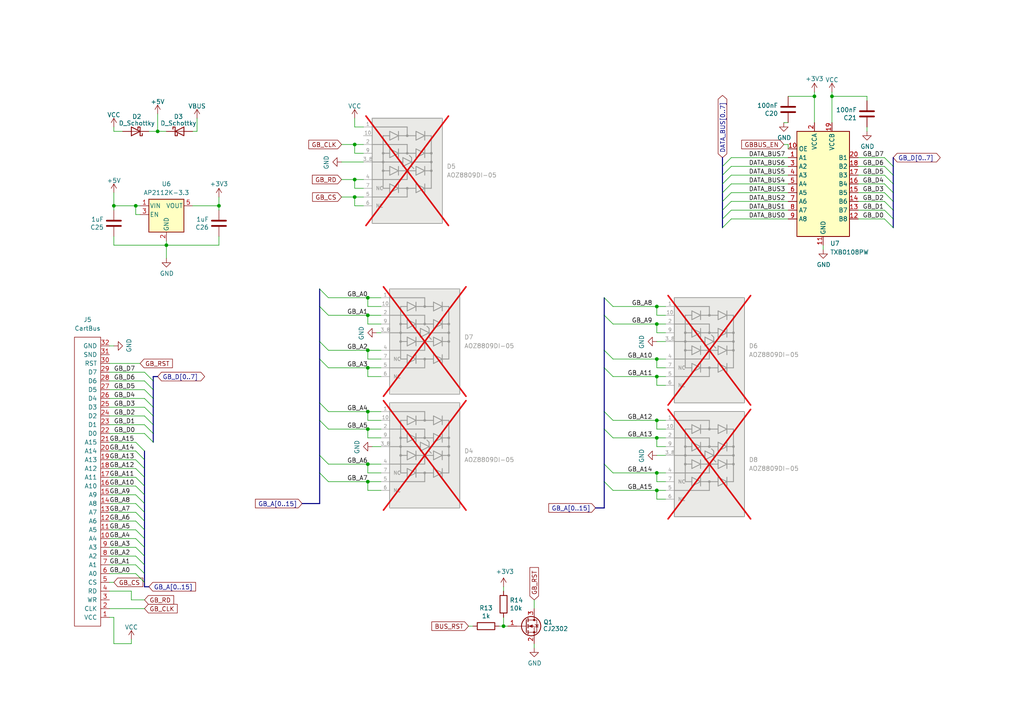
<source format=kicad_sch>
(kicad_sch (version 20250114) (generator "eeschema") (generator_version "9.0")
  (paper "A4")
  (lib_symbols
    (symbol "CrocoV2:AOZ8809DI-05" (pin_names (offset 1.016))
      (property "Reference" "D" (at -10.16 16.002 0))
      (property "Value" "AOZ8809DI-05" (at -10.16 -17.78 0))
      (symbol "AOZ8809DI-05_0_0"
        (rectangle (start -10.16 15.24) (end 10.16 -15.24) (stroke (width 0.254)) (fill (type background)))
        (polyline (pts (xy -10.16 12.7) (xy 0 12.7)) (stroke (width 0.254)))
        (polyline (pts (xy -10.16 7.62) (xy 0 7.62)) (stroke (width 0.254)))
        (polyline (pts (xy -10.16 2.54) (xy -6.985 2.54)) (stroke (width 0.254)))
        (polyline (pts (xy -10.16 -2.54) (xy 0 -2.54)) (stroke (width 0.254)))
        (polyline (pts (xy -10.16 -7.62) (xy 0 -7.62)) (stroke (width 0.254)))
        (polyline (pts (xy -6.985 10.16) (xy -5.08 10.16)) (stroke (width 0.254)))
        (circle (center -6.985 5.08) (radius 0.1905) (stroke (width 0.381)))
        (polyline (pts (xy -6.985 5.08) (xy -6.985 10.16)) (stroke (width 0.254)))
        (polyline (pts (xy -6.985 5.08) (xy -6.985 2.54)) (stroke (width 0.254)))
        (circle (center -6.985 2.54) (radius 0.1905) (stroke (width 0.381)))
        (polyline (pts (xy -6.985 2.54) (xy -6.985 0)) (stroke (width 0.254)))
        (circle (center -6.985 0) (radius 0.1905) (stroke (width 0.381)))
        (polyline (pts (xy -6.985 0) (xy -6.985 -5.08)) (stroke (width 0.254)))
        (polyline (pts (xy -6.985 0) (xy -5.08 0)) (stroke (width 0.254)))
        (polyline (pts (xy -6.985 -5.08) (xy -5.08 -5.08)) (stroke (width 0.254)))
        (polyline (pts (xy -5.08 11.43) (xy -5.08 10.16)) (stroke (width 0.254)))
        (polyline (pts (xy -5.08 10.16) (xy -5.08 8.89)) (stroke (width 0.254)))
        (polyline (pts (xy -5.08 8.89) (xy -2.54 10.16)) (stroke (width 0.254)))
        (polyline (pts (xy -5.08 6.35) (xy -5.08 5.08)) (stroke (width 0.254)))
        (polyline (pts (xy -5.08 5.08) (xy -6.985 5.08)) (stroke (width 0.254)))
        (polyline (pts (xy -5.08 5.08) (xy -5.08 3.81)) (stroke (width 0.254)))
        (polyline (pts (xy -5.08 3.81) (xy -2.54 5.08)) (stroke (width 0.254)))
        (polyline (pts (xy -5.08 1.27) (xy -5.08 0)) (stroke (width 0.254)))
        (polyline (pts (xy -5.08 0) (xy -5.08 -1.27)) (stroke (width 0.254)))
        (polyline (pts (xy -5.08 -1.27) (xy -2.54 0)) (stroke (width 0.254)))
        (polyline (pts (xy -5.08 -3.81) (xy -5.08 -5.08)) (stroke (width 0.254)))
        (polyline (pts (xy -5.08 -5.08) (xy -5.08 -6.35)) (stroke (width 0.254)))
        (polyline (pts (xy -5.08 -6.35) (xy -2.54 -5.08)) (stroke (width 0.254)))
        (polyline (pts (xy -2.54 11.43) (xy -2.54 10.16)) (stroke (width 0.254)))
        (polyline (pts (xy -2.54 10.16) (xy -5.08 11.43)) (stroke (width 0.254)))
        (polyline (pts (xy -2.54 10.16) (xy -2.54 8.89)) (stroke (width 0.254)))
        (polyline (pts (xy -2.54 10.16) (xy 0 10.16)) (stroke (width 0.254)))
        (polyline (pts (xy -2.54 6.35) (xy -2.54 5.08)) (stroke (width 0.254)))
        (polyline (pts (xy -2.54 5.08) (xy -5.08 6.35)) (stroke (width 0.254)))
        (polyline (pts (xy -2.54 5.08) (xy -2.54 3.81)) (stroke (width 0.254)))
        (polyline (pts (xy -2.54 5.08) (xy 0 5.08)) (stroke (width 0.254)))
        (polyline (pts (xy -2.54 1.27) (xy -2.54 0)) (stroke (width 0.254)))
        (polyline (pts (xy -2.54 0) (xy -5.08 1.27)) (stroke (width 0.254)))
        (polyline (pts (xy -2.54 0) (xy -2.54 -1.27)) (stroke (width 0.254)))
        (polyline (pts (xy -2.54 0) (xy 0 0)) (stroke (width 0.254)))
        (polyline (pts (xy -2.54 -3.81) (xy -2.54 -5.08)) (stroke (width 0.254)))
        (polyline (pts (xy -2.54 -5.08) (xy -5.08 -3.81)) (stroke (width 0.254)))
        (polyline (pts (xy -2.54 -5.08) (xy -2.54 -6.35)) (stroke (width 0.254)))
        (polyline (pts (xy -2.54 -5.08) (xy 0 -5.08)) (stroke (width 0.254)))
        (polyline (pts (xy -1.27 3.81) (xy -1.27 2.54)) (stroke (width 0.254)))
        (polyline (pts (xy -1.27 2.54) (xy -6.985 2.54)) (stroke (width 0.254)))
        (polyline (pts (xy -1.27 2.54) (xy -1.27 1.27)) (stroke (width 0.254)))
        (polyline (pts (xy -1.27 1.27) (xy 1.27 2.54)) (stroke (width 0.254)))
        (polyline (pts (xy 0 12.7) (xy 0 10.16)) (stroke (width 0.254)))
        (circle (center 0 10.16) (radius 0.1905) (stroke (width 0.381)))
        (polyline (pts (xy 0 10.16) (xy 2.54 10.16)) (stroke (width 0.254)))
        (polyline (pts (xy 0 7.62) (xy 0 5.08)) (stroke (width 0.254)))
        (circle (center 0 5.08) (radius 0.1905) (stroke (width 0.381)))
        (polyline (pts (xy 0 5.08) (xy 2.54 5.08)) (stroke (width 0.254)))
        (polyline (pts (xy 0 0) (xy 0 -2.54)) (stroke (width 0.254)))
        (polyline (pts (xy 0 0) (xy 2.54 0)) (stroke (width 0.254)))
        (circle (center 0 0) (radius 0.1905) (stroke (width 0.381)))
        (polyline (pts (xy 0 -5.08) (xy 2.54 -5.08)) (stroke (width 0.254)))
        (circle (center 0 -5.08) (radius 0.1905) (stroke (width 0.381)))
        (polyline (pts (xy 0 -7.62) (xy 0 -5.08)) (stroke (width 0.254)))
        (polyline (pts (xy 1.27 3.81) (xy 0.635 4.445)) (stroke (width 0.254)))
        (polyline (pts (xy 1.27 2.54) (xy -1.27 3.81)) (stroke (width 0.254)))
        (polyline (pts (xy 1.27 2.54) (xy 1.27 3.81)) (stroke (width 0.254)))
        (polyline (pts (xy 1.27 2.54) (xy 1.27 1.27)) (stroke (width 0.254)))
        (polyline (pts (xy 1.27 2.54) (xy 6.985 2.54)) (stroke (width 0.254)))
        (polyline (pts (xy 1.27 1.27) (xy 1.905 0.635)) (stroke (width 0.254)))
        (polyline (pts (xy 2.54 11.43) (xy 2.54 10.16)) (stroke (width 0.254)))
        (polyline (pts (xy 2.54 10.16) (xy 2.54 8.89)) (stroke (width 0.254)))
        (polyline (pts (xy 2.54 8.89) (xy 5.08 10.16)) (stroke (width 0.254)))
        (polyline (pts (xy 2.54 6.35) (xy 2.54 5.08)) (stroke (width 0.254)))
        (polyline (pts (xy 2.54 5.08) (xy 2.54 3.81)) (stroke (width 0.254)))
        (polyline (pts (xy 2.54 3.81) (xy 5.08 5.08)) (stroke (width 0.254)))
        (polyline (pts (xy 2.54 1.27) (xy 2.54 0)) (stroke (width 0.254)))
        (polyline (pts (xy 2.54 0) (xy 2.54 -1.27)) (stroke (width 0.254)))
        (polyline (pts (xy 2.54 -1.27) (xy 5.08 0)) (stroke (width 0.254)))
        (polyline (pts (xy 2.54 -3.81) (xy 2.54 -5.08)) (stroke (width 0.254)))
        (polyline (pts (xy 2.54 -5.08) (xy 2.54 -6.35)) (stroke (width 0.254)))
        (polyline (pts (xy 2.54 -6.35) (xy 5.08 -5.08)) (stroke (width 0.254)))
        (polyline (pts (xy 5.08 11.43) (xy 5.08 10.16)) (stroke (width 0.254)))
        (polyline (pts (xy 5.08 10.16) (xy 2.54 11.43)) (stroke (width 0.254)))
        (polyline (pts (xy 5.08 10.16) (xy 5.08 8.89)) (stroke (width 0.254)))
        (polyline (pts (xy 5.08 10.16) (xy 6.985 10.16)) (stroke (width 0.254)))
        (polyline (pts (xy 5.08 6.35) (xy 5.08 5.08)) (stroke (width 0.254)))
        (polyline (pts (xy 5.08 5.08) (xy 2.54 6.35)) (stroke (width 0.254)))
        (polyline (pts (xy 5.08 5.08) (xy 5.08 3.81)) (stroke (width 0.254)))
        (polyline (pts (xy 5.08 5.08) (xy 6.985 5.08)) (stroke (width 0.254)))
        (polyline (pts (xy 5.08 1.27) (xy 5.08 0)) (stroke (width 0.254)))
        (polyline (pts (xy 5.08 0) (xy 2.54 1.27)) (stroke (width 0.254)))
        (polyline (pts (xy 5.08 0) (xy 5.08 -1.27)) (stroke (width 0.254)))
        (polyline (pts (xy 5.08 0) (xy 6.985 0)) (stroke (width 0.254)))
        (polyline (pts (xy 5.08 -3.81) (xy 5.08 -5.08)) (stroke (width 0.254)))
        (polyline (pts (xy 5.08 -5.08) (xy 2.54 -3.81)) (stroke (width 0.254)))
        (polyline (pts (xy 5.08 -5.08) (xy 5.08 -6.35)) (stroke (width 0.254)))
        (polyline (pts (xy 5.08 -5.08) (xy 6.985 -5.08)) (stroke (width 0.254)))
        (polyline (pts (xy 6.985 10.16) (xy 6.985 5.08)) (stroke (width 0.254)))
        (polyline (pts (xy 6.985 5.08) (xy 6.985 2.54)) (stroke (width 0.254)))
        (circle (center 6.985 5.08) (radius 0.1905) (stroke (width 0.381)))
        (circle (center 6.985 2.54) (radius 0.1905) (stroke (width 0.381)))
        (polyline (pts (xy 6.985 0) (xy 6.985 2.54)) (stroke (width 0.254)))
        (circle (center 6.985 0) (radius 0.1905) (stroke (width 0.381)))
        (polyline (pts (xy 6.985 -5.08) (xy 6.985 0)) (stroke (width 0.254)))
        (pin passive line (at -12.7 12.7 0) (length 2.54) (name "~") (number "1"))
        (pin passive line (at -12.7 7.62 0) (length 2.54) (name "~") (number "2"))
        (pin power_in line (at -12.7 2.54 0) (length 2.54) (name "~") (number "3_8"))
        (pin passive line (at -12.7 -2.54 0) (length 2.54) (name "~") (number "4"))
        (pin passive line (at -12.7 -7.62 0) (length 2.54) (name "~") (number "5"))
      )
      (symbol "AOZ8809DI-05_1_0"
        (pin free line (at -12.7 10.16 0) (length 2.54) (name "") (number "10"))
        (pin free line (at -12.7 5.08 0) (length 2.54) (name "") (number "9"))
        (pin free line (at -12.7 -5.08 0) (length 2.54) (name "NC") (number "7"))
        (pin free line (at -12.7 -10.16 0) (length 2.54) (name "NC") (number "6"))
      )
    )
    (symbol "Device:C" (pin_numbers (hide yes)) (pin_names (offset 0.254))
      (property "Reference" "C" (at 0.635 2.54 0))
      (property "Value" "C" (at 0.635 -2.54 0))
      (symbol "C_0_1"
        (polyline (pts (xy -2.032 0.762) (xy 2.032 0.762)) (stroke (width 0.508)))
        (polyline (pts (xy -2.032 -0.762) (xy 2.032 -0.762)) (stroke (width 0.508)))
      )
      (symbol "C_1_1"
        (pin passive line (at 0 3.81 270) (length 2.794) (name "~") (number "1"))
        (pin passive line (at 0 -3.81 90) (length 2.794) (name "~") (number "2"))
      )
    )
    (symbol "Device:D_Schottky" (pin_numbers (hide yes)) (pin_names (offset 1.016) (hide yes))
      (property "Reference" "D" (at 0 2.54 0))
      (property "Value" "D_Schottky" (at 0 -2.54 0))
      (symbol "D_Schottky_0_1"
        (polyline (pts (xy -1.905 0.635) (xy -1.905 1.27) (xy -1.27 1.27) (xy -1.27 -1.27) (xy -0.635 -1.27) (xy -0.635 -0.635)) (stroke (width 0.254)))
        (polyline (pts (xy 1.27 1.27) (xy 1.27 -1.27) (xy -1.27 0) (xy 1.27 1.27)) (stroke (width 0.254)))
        (polyline (pts (xy 1.27 0) (xy -1.27 0)))
      )
      (symbol "D_Schottky_1_1"
        (pin passive line (at -3.81 0 0) (length 2.54) (name "K") (number "1"))
        (pin passive line (at 3.81 0 180) (length 2.54) (name "A") (number "2"))
      )
    )
    (symbol "Device:Q_NMOS_GSD" (pin_names (offset 0) (hide yes))
      (property "Reference" "Q" (at 5.08 1.27 0))
      (property "Value" "Q_NMOS_GSD" (at 5.08 -1.27 0))
      (symbol "Q_NMOS_GSD_0_1"
        (polyline (pts (xy 0.254 1.905) (xy 0.254 -1.905)) (stroke (width 0.254)))
        (polyline (pts (xy 0.254 0) (xy -2.54 0)))
        (polyline (pts (xy 0.762 2.286) (xy 0.762 1.27)) (stroke (width 0.254)))
        (polyline (pts (xy 0.762 0.508) (xy 0.762 -0.508)) (stroke (width 0.254)))
        (polyline (pts (xy 0.762 -1.27) (xy 0.762 -2.286)) (stroke (width 0.254)))
        (polyline (pts (xy 0.762 -1.778) (xy 3.302 -1.778) (xy 3.302 1.778) (xy 0.762 1.778)))
        (polyline (pts (xy 1.016 0) (xy 2.032 0.381) (xy 2.032 -0.381) (xy 1.016 0)) (fill (type outline)))
        (circle (center 1.651 0) (radius 2.794) (stroke (width 0.254)))
        (polyline (pts (xy 2.54 2.54) (xy 2.54 1.778)))
        (circle (center 2.54 1.778) (radius 0.254) (fill (type outline)))
        (circle (center 2.54 -1.778) (radius 0.254) (fill (type outline)))
        (polyline (pts (xy 2.54 -2.54) (xy 2.54 0) (xy 0.762 0)))
        (polyline (pts (xy 2.794 0.508) (xy 2.921 0.381) (xy 3.683 0.381) (xy 3.81 0.254)))
        (polyline (pts (xy 3.302 0.381) (xy 2.921 -0.254) (xy 3.683 -0.254) (xy 3.302 0.381)))
      )
      (symbol "Q_NMOS_GSD_1_1"
        (pin input line (at -5.08 0 0) (length 2.54) (name "G") (number "1"))
        (pin passive line (at 2.54 5.08 270) (length 2.54) (name "D") (number "3"))
        (pin passive line (at 2.54 -5.08 90) (length 2.54) (name "S") (number "2"))
      )
    )
    (symbol "Device:R" (pin_numbers (hide yes)) (pin_names (offset 0))
      (property "Reference" "R" (at 2.032 0 90))
      (property "Value" "R" (at 0 0 90))
      (symbol "R_0_1"
        (rectangle (start -1.016 -2.54) (end 1.016 2.54) (stroke (width 0.254)))
      )
      (symbol "R_1_1"
        (pin passive line (at 0 3.81 270) (length 1.27) (name "~") (number "1"))
        (pin passive line (at 0 -3.81 90) (length 1.27) (name "~") (number "2"))
      )
    )
    (symbol "Gameboy:CartBus" (pin_names (offset 1.016))
      (property "Reference" "U?" (at 24.13 -11.43 0))
      (property "Value" "CartBus" (at 24.13 -8.89 0))
      (symbol "CartBus_0_1"
        (rectangle (start 66.04 0) (end -17.78 -7.62))
      )
      (symbol "CartBus_1_1"
        (pin unspecified line (at -15.24 2.54 270) (length 2.54) (name "VCC") (number "1"))
        (pin unspecified line (at -12.7 2.54 270) (length 2.54) (name "CLK~{}") (number "2"))
        (pin unspecified line (at -10.16 2.54 270) (length 2.54) (name "WR") (number "3"))
        (pin unspecified line (at -7.62 2.54 270) (length 2.54) (name "RD") (number "4"))
        (pin unspecified line (at -5.08 2.54 270) (length 2.54) (name "CS") (number "5"))
        (pin unspecified line (at -2.54 2.54 270) (length 2.54) (name "A0") (number "6"))
        (pin unspecified line (at 0 2.54 270) (length 2.54) (name "A1") (number "7"))
        (pin unspecified line (at 2.54 2.54 270) (length 2.54) (name "A2") (number "8"))
        (pin unspecified line (at 5.08 2.54 270) (length 2.54) (name "A3") (number "9"))
        (pin unspecified line (at 7.62 2.54 270) (length 2.54) (name "A4") (number "10"))
        (pin unspecified line (at 10.16 2.54 270) (length 2.54) (name "A5") (number "11"))
        (pin unspecified line (at 12.7 2.54 270) (length 2.54) (name "A6") (number "12"))
        (pin unspecified line (at 15.24 2.54 270) (length 2.54) (name "A7") (number "13"))
        (pin unspecified line (at 17.78 2.54 270) (length 2.54) (name "A8") (number "14"))
        (pin unspecified line (at 20.32 2.54 270) (length 2.54) (name "A9") (number "15"))
        (pin unspecified line (at 22.86 2.54 270) (length 2.54) (name "A10") (number "16"))
        (pin unspecified line (at 25.4 2.54 270) (length 2.54) (name "A11") (number "17"))
        (pin unspecified line (at 27.94 2.54 270) (length 2.54) (name "A12") (number "18"))
        (pin unspecified line (at 30.48 2.54 270) (length 2.54) (name "A13") (number "19"))
        (pin unspecified line (at 33.02 2.54 270) (length 2.54) (name "A14") (number "20"))
        (pin unspecified line (at 35.56 2.54 270) (length 2.54) (name "A15") (number "21"))
        (pin unspecified line (at 38.1 2.54 270) (length 2.54) (name "D0") (number "22"))
        (pin unspecified line (at 40.64 2.54 270) (length 2.54) (name "D1") (number "23"))
        (pin unspecified line (at 43.18 2.54 270) (length 2.54) (name "D2") (number "24"))
        (pin unspecified line (at 45.72 2.54 270) (length 2.54) (name "D3") (number "25"))
        (pin unspecified line (at 48.26 2.54 270) (length 2.54) (name "D4") (number "26"))
        (pin unspecified line (at 50.8 2.54 270) (length 2.54) (name "D5") (number "27"))
        (pin unspecified line (at 53.34 2.54 270) (length 2.54) (name "D6") (number "28"))
        (pin unspecified line (at 55.88 2.54 270) (length 2.54) (name "D7") (number "29"))
        (pin unspecified line (at 58.42 2.54 270) (length 2.54) (name "RST") (number "30"))
        (pin unspecified line (at 60.96 2.54 270) (length 2.54) (name "SND") (number "31"))
        (pin unspecified line (at 63.5 2.54 270) (length 2.54) (name "GND") (number "32"))
      )
    )
    (symbol "Logic_LevelTranslator:TXS0108EPW"
      (property "Reference" "U" (at -6.35 16.51 0))
      (property "Value" "TXS0108EPW" (at 3.81 16.51 0))
      (symbol "TXS0108EPW_0_1"
        (rectangle (start -7.62 15.24) (end 7.62 -15.24) (stroke (width 0.254)) (fill (type background)))
      )
      (symbol "TXS0108EPW_1_1"
        (pin input line (at -10.16 10.16 0) (length 2.54) (name "OE") (number "10"))
        (pin bidirectional line (at -10.16 7.62 0) (length 2.54) (name "A1") (number "1"))
        (pin bidirectional line (at -10.16 5.08 0) (length 2.54) (name "A2") (number "3"))
        (pin bidirectional line (at -10.16 2.54 0) (length 2.54) (name "A3") (number "4"))
        (pin bidirectional line (at -10.16 0 0) (length 2.54) (name "A4") (number "5"))
        (pin bidirectional line (at -10.16 -2.54 0) (length 2.54) (name "A5") (number "6"))
        (pin bidirectional line (at -10.16 -5.08 0) (length 2.54) (name "A6") (number "7"))
        (pin bidirectional line (at -10.16 -7.62 0) (length 2.54) (name "A7") (number "8"))
        (pin bidirectional line (at -10.16 -10.16 0) (length 2.54) (name "A8") (number "9"))
        (pin power_in line (at -2.54 17.78 270) (length 2.54) (name "VCCA") (number "2"))
        (pin power_in line (at 0 -17.78 90) (length 2.54) (name "GND") (number "11"))
        (pin power_in line (at 2.54 17.78 270) (length 2.54) (name "VCCB") (number "19"))
        (pin bidirectional line (at 10.16 7.62 180) (length 2.54) (name "B1") (number "20"))
        (pin bidirectional line (at 10.16 5.08 180) (length 2.54) (name "B2") (number "18"))
        (pin bidirectional line (at 10.16 2.54 180) (length 2.54) (name "B3") (number "17"))
        (pin bidirectional line (at 10.16 0 180) (length 2.54) (name "B4") (number "16"))
        (pin bidirectional line (at 10.16 -2.54 180) (length 2.54) (name "B5") (number "15"))
        (pin bidirectional line (at 10.16 -5.08 180) (length 2.54) (name "B6") (number "14"))
        (pin bidirectional line (at 10.16 -7.62 180) (length 2.54) (name "B7") (number "13"))
        (pin bidirectional line (at 10.16 -10.16 180) (length 2.54) (name "B8") (number "12"))
      )
    )
    (symbol "Regulator_Linear:AP2112K-3.3" (pin_names (offset 0.254))
      (property "Reference" "U" (at -5.08 5.715 0))
      (property "Value" "AP2112K-3.3" (at 0 5.715 0))
      (symbol "AP2112K-3.3_0_1"
        (rectangle (start -5.08 4.445) (end 5.08 -5.08) (stroke (width 0.254)) (fill (type background)))
      )
      (symbol "AP2112K-3.3_1_1"
        (pin power_in line (at -7.62 2.54 0) (length 2.54) (name "VIN") (number "1"))
        (pin input line (at -7.62 0 0) (length 2.54) (name "EN") (number "3"))
        (pin power_in line (at 0 -7.62 90) (length 2.54) (name "GND") (number "2"))
        (pin no_connect line (at 5.08 0 180) (length 2.54) (hide yes) (name "NC") (number "4"))
        (pin power_out line (at 7.62 2.54 180) (length 2.54) (name "VOUT") (number "5"))
      )
    )
    (symbol "power:+3V3" (power) (pin_names (offset 0))
      (property "Value" "+3V3" (at 0 3.556 0))
      (symbol "+3V3_0_1"
        (polyline (pts (xy -0.762 1.27) (xy 0 2.54)))
        (polyline (pts (xy 0 2.54) (xy 0.762 1.27)))
        (polyline (pts (xy 0 0) (xy 0 2.54)))
      )
      (symbol "+3V3_1_1"
        (pin power_in line (at 0 0 90) (length 0) (hide yes) (name "+3V3") (number "1"))
      )
    )
    (symbol "power:+5V" (power) (pin_names (offset 0))
      (property "Value" "+5V" (at 0 3.556 0))
      (symbol "+5V_0_1"
        (polyline (pts (xy -0.762 1.27) (xy 0 2.54)))
        (polyline (pts (xy 0 2.54) (xy 0.762 1.27)))
        (polyline (pts (xy 0 0) (xy 0 2.54)))
      )
      (symbol "+5V_1_1"
        (pin power_in line (at 0 0 90) (length 0) (hide yes) (name "+5V") (number "1"))
      )
    )
    (symbol "power:GND" (power) (pin_names (offset 0))
      (property "Value" "GND" (at 0 -3.81 0))
      (symbol "GND_0_1"
        (polyline (pts (xy 0 0) (xy 0 -1.27) (xy 1.27 -1.27) (xy 0 -2.54) (xy -1.27 -1.27) (xy 0 -1.27)))
      )
      (symbol "GND_1_1"
        (pin power_in line (at 0 0 270) (length 0) (hide yes) (name "GND") (number "1"))
      )
    )
    (symbol "power:VBUS" (power) (pin_names (offset 0))
      (property "Value" "VBUS" (at 0 3.81 0))
      (symbol "VBUS_0_1"
        (polyline (pts (xy -0.762 1.27) (xy 0 2.54)))
        (polyline (pts (xy 0 2.54) (xy 0.762 1.27)))
        (polyline (pts (xy 0 0) (xy 0 2.54)))
      )
      (symbol "VBUS_1_1"
        (pin power_in line (at 0 0 90) (length 0) (hide yes) (name "VBUS") (number "1"))
      )
    )
    (symbol "power:VCC" (power) (pin_names (offset 0))
      (property "Value" "VCC" (at 0 3.81 0))
      (symbol "VCC_0_1"
        (polyline (pts (xy -0.762 1.27) (xy 0 2.54)))
        (polyline (pts (xy 0 2.54) (xy 0.762 1.27)))
        (polyline (pts (xy 0 0) (xy 0 2.54)))
      )
      (symbol "VCC_1_1"
        (pin power_in line (at 0 0 90) (length 0) (hide yes) (name "VCC") (number "1"))
      )
    )
  )
  (junction (at 102.87 52.07))
  (junction (at 106.68 91.44))
  (junction (at 106.68 119.38))
  (junction (at 106.68 101.6))
  (junction (at 45.72 38.1))
  (junction (at 63.5 59.69))
  (junction (at 236.22 27.94))
  (junction (at 106.68 124.46))
  (junction (at 190.5 93.98))
  (junction (at 106.68 106.68))
  (junction (at 190.5 127))
  (junction (at 146.05 181.61))
  (junction (at 190.5 104.14))
  (junction (at 190.5 137.16))
  (junction (at 39.37 59.69))
  (junction (at 190.5 88.9))
  (junction (at 106.68 86.36))
  (junction (at 106.68 134.62))
  (junction (at 190.5 142.24))
  (junction (at 48.26 71.12))
  (junction (at 241.3 27.94))
  (junction (at 190.5 121.92))
  (junction (at 102.87 41.91))
  (junction (at 102.87 57.15))
  (junction (at 106.68 139.7))
  (junction (at 190.5 109.22))
  (junction (at 33.02 59.69))
  (bus_entry (at 41.91 113.03) (size 2.54 2.54))
  (bus_entry (at 177.8 137.16) (size -2.54 -2.54))
  (bus_entry (at 209.55 60.96) (size 2.54 -2.54))
  (bus_entry (at 39.37 146.05) (size 2.54 2.54))
  (bus_entry (at 39.37 161.29) (size 2.54 2.54))
  (bus_entry (at 41.91 120.65) (size 2.54 2.54))
  (bus_entry (at 256.54 50.8) (size 2.54 2.54))
  (bus_entry (at 41.91 125.73) (size 2.54 2.54))
  (bus_entry (at 95.25 101.6) (size -2.54 -2.54))
  (bus_entry (at 39.37 153.67) (size 2.54 2.54))
  (bus_entry (at 39.37 133.35) (size 2.54 2.54))
  (bus_entry (at 41.91 123.19) (size 2.54 2.54))
  (bus_entry (at 256.54 58.42) (size 2.54 2.54))
  (bus_entry (at 95.25 106.68) (size -2.54 -2.54))
  (bus_entry (at 39.37 166.37) (size 2.54 2.54))
  (bus_entry (at 39.37 143.51) (size 2.54 2.54))
  (bus_entry (at 177.8 109.22) (size -2.54 -2.54))
  (bus_entry (at 39.37 158.75) (size 2.54 2.54))
  (bus_entry (at 41.91 107.95) (size 2.54 2.54))
  (bus_entry (at 177.8 127) (size -2.54 -2.54))
  (bus_entry (at 95.25 86.36) (size -2.54 -2.54))
  (bus_entry (at 177.8 142.24) (size -2.54 -2.54))
  (bus_entry (at 256.54 55.88) (size 2.54 2.54))
  (bus_entry (at 95.25 134.62) (size -2.54 -2.54))
  (bus_entry (at 39.37 140.97) (size 2.54 2.54))
  (bus_entry (at 39.37 130.81) (size 2.54 2.54))
  (bus_entry (at 256.54 63.5) (size 2.54 2.54))
  (bus_entry (at 256.54 45.72) (size 2.54 2.54))
  (bus_entry (at 39.37 156.21) (size 2.54 2.54))
  (bus_entry (at 39.37 148.59) (size 2.54 2.54))
  (bus_entry (at 39.37 163.83) (size 2.54 2.54))
  (bus_entry (at 209.55 50.8) (size 2.54 -2.54))
  (bus_entry (at 256.54 60.96) (size 2.54 2.54))
  (bus_entry (at 39.37 128.27) (size 2.54 2.54))
  (bus_entry (at 209.55 55.88) (size 2.54 -2.54))
  (bus_entry (at 177.8 88.9) (size -2.54 -2.54))
  (bus_entry (at 95.25 124.46) (size -2.54 -2.54))
  (bus_entry (at 177.8 104.14) (size -2.54 -2.54))
  (bus_entry (at 41.91 115.57) (size 2.54 2.54))
  (bus_entry (at 209.55 58.42) (size 2.54 -2.54))
  (bus_entry (at 39.37 138.43) (size 2.54 2.54))
  (bus_entry (at 256.54 48.26) (size 2.54 2.54))
  (bus_entry (at 95.25 119.38) (size -2.54 -2.54))
  (bus_entry (at 177.8 121.92) (size -2.54 -2.54))
  (bus_entry (at 209.55 63.5) (size 2.54 -2.54))
  (bus_entry (at 209.55 66.04) (size 2.54 -2.54))
  (bus_entry (at 95.25 91.44) (size -2.54 -2.54))
  (bus_entry (at 209.55 48.26) (size 2.54 -2.54))
  (bus_entry (at 39.37 135.89) (size 2.54 2.54))
  (bus_entry (at 177.8 93.98) (size -2.54 -2.54))
  (bus_entry (at 41.91 110.49) (size 2.54 2.54))
  (bus_entry (at 209.55 53.34) (size 2.54 -2.54))
  (bus_entry (at 95.25 139.7) (size -2.54 -2.54))
  (bus_entry (at 256.54 53.34) (size 2.54 2.54))
  (bus_entry (at 41.91 118.11) (size 2.54 2.54))
  (bus_entry (at 39.37 151.13) (size 2.54 2.54))
  (wire (pts (xy 95.25 124.46) (xy 106.68 124.46)))
  (bus (pts (xy 209.55 63.5) (xy 209.55 66.04)))
  (bus (pts (xy 92.71 121.92) (xy 92.71 132.08)))
  (wire (pts (xy 31.75 146.05) (xy 39.37 146.05)))
  (wire (pts (xy 31.75 118.11) (xy 41.91 118.11)))
  (bus (pts (xy 175.26 91.44) (xy 175.26 86.36)))
  (wire (pts (xy 110.49 137.16) (xy 106.68 137.16)))
  (bus (pts (xy 41.91 146.05) (xy 41.91 148.59)))
  (wire (pts (xy 190.5 104.14) (xy 193.04 104.14)))
  (wire (pts (xy 31.75 148.59) (xy 39.37 148.59)))
  (wire (pts (xy 248.92 58.42) (xy 256.54 58.42)))
  (wire (pts (xy 102.87 52.07) (xy 105.41 52.07)))
  (wire (pts (xy 190.5 129.54) (xy 190.5 127)))
  (wire (pts (xy 45.72 33.02) (xy 45.72 38.1)))
  (wire (pts (xy 110.49 93.98) (xy 106.68 93.98)))
  (wire (pts (xy 193.04 111.76) (xy 190.5 111.76)))
  (wire (pts (xy 102.87 44.45) (xy 102.87 41.91)))
  (wire (pts (xy 38.1 173.99) (xy 41.91 173.99)))
  (wire (pts (xy 106.68 127) (xy 106.68 124.46)))
  (wire (pts (xy 31.75 140.97) (xy 39.37 140.97)))
  (bus (pts (xy 259.08 48.26) (xy 259.08 50.8)))
  (wire (pts (xy 177.8 137.16) (xy 190.5 137.16)))
  (wire (pts (xy 38.1 186.69) (xy 38.1 185.42)))
  (wire (pts (xy 55.88 38.1) (xy 57.15 38.1)))
  (wire (pts (xy 212.09 55.88) (xy 228.6 55.88)))
  (bus (pts (xy 259.08 58.42) (xy 259.08 60.96)))
  (wire (pts (xy 31.75 166.37) (xy 39.37 166.37)))
  (wire (pts (xy 35.56 38.1) (xy 33.02 38.1)))
  (bus (pts (xy 175.26 91.44) (xy 175.26 101.6)))
  (wire (pts (xy 135.89 181.61) (xy 137.16 181.61)))
  (wire (pts (xy 106.68 93.98) (xy 106.68 91.44)))
  (wire (pts (xy 31.75 110.49) (xy 41.91 110.49)))
  (bus (pts (xy 209.55 50.8) (xy 209.55 53.34)))
  (wire (pts (xy 31.75 130.81) (xy 39.37 130.81)))
  (wire (pts (xy 110.49 127) (xy 106.68 127)))
  (wire (pts (xy 31.75 168.91) (xy 33.02 168.91)))
  (wire (pts (xy 251.46 27.94) (xy 241.3 27.94)))
  (wire (pts (xy 31.75 161.29) (xy 39.37 161.29)))
  (wire (pts (xy 33.02 38.1) (xy 33.02 36.83)))
  (wire (pts (xy 154.94 173.99) (xy 154.94 176.53)))
  (wire (pts (xy 31.75 158.75) (xy 39.37 158.75)))
  (bus (pts (xy 175.26 134.62) (xy 175.26 139.7)))
  (bus (pts (xy 92.71 83.82) (xy 92.71 88.9)))
  (wire (pts (xy 31.75 105.41) (xy 40.64 105.41)))
  (wire (pts (xy 63.5 57.15) (xy 63.5 59.69)))
  (wire (pts (xy 193.04 106.68) (xy 190.5 106.68)))
  (wire (pts (xy 105.41 59.69) (xy 102.87 59.69)))
  (wire (pts (xy 190.5 88.9) (xy 193.04 88.9)))
  (wire (pts (xy 248.92 50.8) (xy 256.54 50.8)))
  (bus (pts (xy 175.26 101.6) (xy 175.26 106.68)))
  (wire (pts (xy 177.8 109.22) (xy 190.5 109.22)))
  (wire (pts (xy 177.8 121.92) (xy 190.5 121.92)))
  (bus (pts (xy 209.55 53.34) (xy 209.55 55.88)))
  (wire (pts (xy 106.68 104.14) (xy 106.68 101.6)))
  (wire (pts (xy 190.5 121.92) (xy 193.04 121.92)))
  (bus (pts (xy 41.91 140.97) (xy 41.91 143.51)))
  (wire (pts (xy 48.26 71.12) (xy 48.26 74.93)))
  (wire (pts (xy 39.37 59.69) (xy 40.64 59.69)))
  (wire (pts (xy 146.05 170.18) (xy 146.05 171.45)))
  (wire (pts (xy 106.68 88.9) (xy 106.68 86.36)))
  (wire (pts (xy 31.75 125.73) (xy 41.91 125.73)))
  (bus (pts (xy 41.91 170.18) (xy 43.18 170.18)))
  (wire (pts (xy 31.75 143.51) (xy 39.37 143.51)))
  (wire (pts (xy 193.04 139.7) (xy 190.5 139.7)))
  (wire (pts (xy 177.8 88.9) (xy 190.5 88.9)))
  (wire (pts (xy 107.95 129.54) (xy 110.49 129.54)))
  (wire (pts (xy 95.25 134.62) (xy 106.68 134.62)))
  (bus (pts (xy 259.08 50.8) (xy 259.08 53.34)))
  (wire (pts (xy 248.92 55.88) (xy 256.54 55.88)))
  (wire (pts (xy 31.75 128.27) (xy 39.37 128.27)))
  (wire (pts (xy 95.25 101.6) (xy 106.68 101.6)))
  (wire (pts (xy 212.09 63.5) (xy 228.6 63.5)))
  (wire (pts (xy 38.1 171.45) (xy 38.1 173.99)))
  (wire (pts (xy 110.49 109.22) (xy 106.68 109.22)))
  (wire (pts (xy 248.92 48.26) (xy 256.54 48.26)))
  (wire (pts (xy 48.26 71.12) (xy 63.5 71.12)))
  (wire (pts (xy 146.05 179.07) (xy 146.05 181.61)))
  (wire (pts (xy 95.25 139.7) (xy 106.68 139.7)))
  (wire (pts (xy 190.5 132.08) (xy 193.04 132.08)))
  (wire (pts (xy 102.87 36.83) (xy 102.87 34.29)))
  (wire (pts (xy 177.8 142.24) (xy 190.5 142.24)))
  (wire (pts (xy 212.09 45.72) (xy 228.6 45.72)))
  (wire (pts (xy 251.46 36.83) (xy 251.46 38.1)))
  (wire (pts (xy 236.22 27.94) (xy 236.22 26.67)))
  (wire (pts (xy 110.49 121.92) (xy 106.68 121.92)))
  (wire (pts (xy 99.06 57.15) (xy 102.87 57.15)))
  (wire (pts (xy 227.33 35.56) (xy 228.6 35.56)))
  (wire (pts (xy 31.75 138.43) (xy 39.37 138.43)))
  (bus (pts (xy 41.91 161.29) (xy 41.91 163.83)))
  (wire (pts (xy 31.75 113.03) (xy 41.91 113.03)))
  (wire (pts (xy 33.02 71.12) (xy 48.26 71.12)))
  (wire (pts (xy 212.09 48.26) (xy 228.6 48.26)))
  (bus (pts (xy 41.91 151.13) (xy 41.91 153.67)))
  (wire (pts (xy 105.41 54.61) (xy 102.87 54.61)))
  (wire (pts (xy 33.02 186.69) (xy 38.1 186.69)))
  (wire (pts (xy 248.92 45.72) (xy 256.54 45.72)))
  (bus (pts (xy 175.26 139.7) (xy 175.26 147.32)))
  (wire (pts (xy 31.75 133.35) (xy 39.37 133.35)))
  (bus (pts (xy 175.26 147.32) (xy 172.72 147.32)))
  (bus (pts (xy 259.08 60.96) (xy 259.08 63.5)))
  (wire (pts (xy 227.33 41.91) (xy 228.6 41.91)))
  (bus (pts (xy 41.91 130.81) (xy 41.91 133.35)))
  (bus (pts (xy 44.45 123.19) (xy 44.45 125.73)))
  (wire (pts (xy 248.92 53.34) (xy 256.54 53.34)))
  (wire (pts (xy 193.04 129.54) (xy 190.5 129.54)))
  (wire (pts (xy 177.8 93.98) (xy 190.5 93.98)))
  (bus (pts (xy 92.71 116.84) (xy 92.71 121.92)))
  (wire (pts (xy 190.5 144.78) (xy 190.5 142.24)))
  (wire (pts (xy 48.26 69.85) (xy 48.26 71.12)))
  (wire (pts (xy 55.88 59.69) (xy 63.5 59.69)))
  (bus (pts (xy 209.55 60.96) (xy 209.55 63.5)))
  (bus (pts (xy 41.91 138.43) (xy 41.91 140.97)))
  (bus (pts (xy 175.26 106.68) (xy 175.26 119.38)))
  (bus (pts (xy 92.71 146.05) (xy 87.63 146.05)))
  (bus (pts (xy 44.45 120.65) (xy 44.45 123.19)))
  (wire (pts (xy 33.02 68.58) (xy 33.02 71.12)))
  (wire (pts (xy 190.5 137.16) (xy 193.04 137.16)))
  (wire (pts (xy 190.5 93.98) (xy 193.04 93.98)))
  (wire (pts (xy 31.75 163.83) (xy 39.37 163.83)))
  (wire (pts (xy 110.49 88.9) (xy 106.68 88.9)))
  (wire (pts (xy 109.22 96.52) (xy 110.49 96.52)))
  (wire (pts (xy 31.75 100.33) (xy 33.02 100.33)))
  (wire (pts (xy 31.75 176.53) (xy 41.91 176.53)))
  (wire (pts (xy 106.68 137.16) (xy 106.68 134.62)))
  (wire (pts (xy 102.87 41.91) (xy 99.06 41.91)))
  (wire (pts (xy 31.75 123.19) (xy 41.91 123.19)))
  (wire (pts (xy 31.75 153.67) (xy 39.37 153.67)))
  (bus (pts (xy 41.91 143.51) (xy 41.91 146.05)))
  (bus (pts (xy 44.45 118.11) (xy 44.45 120.65)))
  (wire (pts (xy 106.68 119.38) (xy 110.49 119.38)))
  (wire (pts (xy 190.5 99.06) (xy 193.04 99.06)))
  (wire (pts (xy 154.94 186.69) (xy 154.94 187.96)))
  (wire (pts (xy 95.25 106.68) (xy 106.68 106.68)))
  (wire (pts (xy 99.06 52.07) (xy 102.87 52.07)))
  (wire (pts (xy 248.92 63.5) (xy 256.54 63.5)))
  (wire (pts (xy 251.46 29.21) (xy 251.46 27.94)))
  (wire (pts (xy 31.75 107.95) (xy 41.91 107.95)))
  (wire (pts (xy 190.5 124.46) (xy 190.5 121.92)))
  (bus (pts (xy 209.55 48.26) (xy 209.55 50.8)))
  (wire (pts (xy 95.25 91.44) (xy 106.68 91.44)))
  (bus (pts (xy 41.91 166.37) (xy 41.91 168.91)))
  (wire (pts (xy 106.68 91.44) (xy 110.49 91.44)))
  (wire (pts (xy 190.5 111.76) (xy 190.5 109.22)))
  (bus (pts (xy 44.45 109.22) (xy 45.72 109.22)))
  (bus (pts (xy 44.45 113.03) (xy 44.45 115.57)))
  (wire (pts (xy 106.68 106.68) (xy 110.49 106.68)))
  (bus (pts (xy 41.91 133.35) (xy 41.91 135.89)))
  (bus (pts (xy 92.71 132.08) (xy 92.71 137.16)))
  (wire (pts (xy 190.5 96.52) (xy 190.5 93.98)))
  (wire (pts (xy 106.68 124.46) (xy 110.49 124.46)))
  (wire (pts (xy 110.49 104.14) (xy 106.68 104.14)))
  (wire (pts (xy 102.87 59.69) (xy 102.87 57.15)))
  (wire (pts (xy 241.3 26.67) (xy 241.3 27.94)))
  (wire (pts (xy 190.5 127) (xy 193.04 127)))
  (wire (pts (xy 106.68 101.6) (xy 110.49 101.6)))
  (wire (pts (xy 106.68 121.92) (xy 106.68 119.38)))
  (bus (pts (xy 175.26 119.38) (xy 175.26 124.46)))
  (bus (pts (xy 41.91 135.89) (xy 41.91 138.43)))
  (wire (pts (xy 193.04 91.44) (xy 190.5 91.44)))
  (wire (pts (xy 236.22 27.94) (xy 236.22 35.56)))
  (bus (pts (xy 259.08 55.88) (xy 259.08 58.42)))
  (bus (pts (xy 92.71 88.9) (xy 92.71 99.06)))
  (bus (pts (xy 41.91 168.91) (xy 41.91 170.18)))
  (wire (pts (xy 31.75 151.13) (xy 39.37 151.13)))
  (wire (pts (xy 106.68 142.24) (xy 106.68 139.7)))
  (wire (pts (xy 190.5 139.7) (xy 190.5 137.16)))
  (wire (pts (xy 57.15 38.1) (xy 57.15 34.29)))
  (bus (pts (xy 41.91 153.67) (xy 41.91 156.21)))
  (wire (pts (xy 105.41 41.91) (xy 102.87 41.91)))
  (wire (pts (xy 146.05 181.61) (xy 147.32 181.61)))
  (wire (pts (xy 63.5 68.58) (xy 63.5 71.12)))
  (wire (pts (xy 212.09 53.34) (xy 228.6 53.34)))
  (bus (pts (xy 41.91 156.21) (xy 41.91 158.75)))
  (wire (pts (xy 40.64 62.23) (xy 39.37 62.23)))
  (wire (pts (xy 95.25 86.36) (xy 106.68 86.36)))
  (wire (pts (xy 102.87 57.15) (xy 105.41 57.15)))
  (wire (pts (xy 99.06 46.99) (xy 105.41 46.99)))
  (bus (pts (xy 44.45 115.57) (xy 44.45 118.11)))
  (wire (pts (xy 177.8 127) (xy 190.5 127)))
  (wire (pts (xy 31.75 156.21) (xy 39.37 156.21)))
  (wire (pts (xy 95.25 119.38) (xy 106.68 119.38)))
  (bus (pts (xy 44.45 125.73) (xy 44.45 128.27)))
  (wire (pts (xy 33.02 60.96) (xy 33.02 59.69)))
  (bus (pts (xy 175.26 124.46) (xy 175.26 134.62)))
  (wire (pts (xy 212.09 58.42) (xy 228.6 58.42)))
  (bus (pts (xy 209.55 55.88) (xy 209.55 58.42)))
  (wire (pts (xy 193.04 144.78) (xy 190.5 144.78)))
  (wire (pts (xy 31.75 135.89) (xy 39.37 135.89)))
  (wire (pts (xy 31.75 179.07) (xy 33.02 179.07)))
  (wire (pts (xy 106.68 109.22) (xy 106.68 106.68)))
  (wire (pts (xy 177.8 104.14) (xy 190.5 104.14)))
  (bus (pts (xy 44.45 110.49) (xy 44.45 109.22)))
  (wire (pts (xy 228.6 41.91) (xy 228.6 43.18)))
  (wire (pts (xy 63.5 59.69) (xy 63.5 60.96)))
  (bus (pts (xy 92.71 137.16) (xy 92.71 146.05)))
  (wire (pts (xy 31.75 171.45) (xy 38.1 171.45)))
  (wire (pts (xy 241.3 27.94) (xy 241.3 35.56)))
  (wire (pts (xy 43.18 38.1) (xy 45.72 38.1)))
  (bus (pts (xy 259.08 53.34) (xy 259.08 55.88)))
  (wire (pts (xy 193.04 96.52) (xy 190.5 96.52)))
  (wire (pts (xy 102.87 54.61) (xy 102.87 52.07)))
  (wire (pts (xy 33.02 179.07) (xy 33.02 186.69)))
  (wire (pts (xy 31.75 120.65) (xy 41.91 120.65)))
  (bus (pts (xy 44.45 110.49) (xy 44.45 113.03)))
  (wire (pts (xy 212.09 60.96) (xy 228.6 60.96)))
  (wire (pts (xy 106.68 86.36) (xy 110.49 86.36)))
  (wire (pts (xy 144.78 181.61) (xy 146.05 181.61)))
  (bus (pts (xy 209.55 45.72) (xy 209.55 48.26)))
  (wire (pts (xy 106.68 134.62) (xy 110.49 134.62)))
  (wire (pts (xy 190.5 142.24) (xy 193.04 142.24)))
  (wire (pts (xy 190.5 91.44) (xy 190.5 88.9)))
  (wire (pts (xy 31.75 115.57) (xy 41.91 115.57)))
  (bus (pts (xy 41.91 163.83) (xy 41.91 166.37)))
  (wire (pts (xy 45.72 38.1) (xy 48.26 38.1)))
  (bus (pts (xy 92.71 104.14) (xy 92.71 116.84)))
  (bus (pts (xy 41.91 148.59) (xy 41.91 151.13)))
  (bus (pts (xy 259.08 45.72) (xy 259.08 48.26)))
  (wire (pts (xy 33.02 55.88) (xy 33.02 59.69)))
  (bus (pts (xy 41.91 158.75) (xy 41.91 161.29)))
  (wire (pts (xy 212.09 50.8) (xy 228.6 50.8)))
  (wire (pts (xy 238.76 71.12) (xy 238.76 72.39)))
  (wire (pts (xy 106.68 139.7) (xy 110.49 139.7)))
  (wire (pts (xy 228.6 27.94) (xy 236.22 27.94)))
  (wire (pts (xy 105.41 44.45) (xy 102.87 44.45)))
  (wire (pts (xy 33.02 59.69) (xy 39.37 59.69)))
  (wire (pts (xy 248.92 60.96) (xy 256.54 60.96)))
  (bus (pts (xy 209.55 58.42) (xy 209.55 60.96)))
  (wire (pts (xy 193.04 124.46) (xy 190.5 124.46)))
  (wire (pts (xy 110.49 142.24) (xy 106.68 142.24)))
  (wire (pts (xy 190.5 109.22) (xy 193.04 109.22)))
  (bus (pts (xy 92.71 99.06) (xy 92.71 104.14)))
  (wire (pts (xy 105.41 36.83) (xy 102.87 36.83)))
  (wire (pts (xy 190.5 104.14) (xy 190.5 106.68)))
  (wire (pts (xy 39.37 59.69) (xy 39.37 62.23)))
  (bus (pts (xy 259.08 63.5) (xy 259.08 66.04)))
  (label "GB_A1" (at 106.68 91.44 180))
  (label "GB_A4" (at 31.75 156.21 0))
  (label "GB_A9" (at 31.75 143.51 0))
  (label "GB_A6" (at 31.75 151.13 0))
  (label "GB_A14" (at 189.23 137.16 180))
  (label "GB_A8" (at 31.75 146.05 0))
  (label "GB_D0" (at 250.19 63.5 0))
  (label "GB_A5" (at 106.68 124.46 180))
  (label "DATA_BUS1" (at 217.17 60.96 0))
  (label "GB_A7" (at 31.75 148.59 0))
  (label "GB_A11" (at 189.23 109.22 180))
  (label "DATA_BUS3" (at 217.17 55.88 0))
  (label "DATA_BUS6" (at 217.17 48.26 0))
  (label "GB_A2" (at 106.68 101.6 180))
  (label "GB_A12" (at 189.23 121.92 180))
  (label "GB_D3" (at 33.02 118.11 0))
  (label "GB_A10" (at 31.75 140.97 0))
  (label "GB_A12" (at 31.75 135.89 0))
  (label "GB_A3" (at 31.75 158.75 0))
  (label "GB_D0" (at 33.02 125.73 0))
  (label "GB_A0" (at 106.68 86.36 180))
  (label "GB_A4" (at 106.68 119.38 180))
  (label "GB_D2" (at 250.19 58.42 0))
  (label "GB_D5" (at 33.02 113.03 0))
  (label "GB_A15" (at 31.75 128.27 0))
  (label "GB_A11" (at 31.75 138.43 0))
  (label "GB_A7" (at 106.68 139.7 180))
  (label "GB_A6" (at 106.68 134.62 180))
  (label "GB_D6" (at 250.19 48.26 0))
  (label "GB_A5" (at 31.75 153.67 0))
  (label "GB_A1" (at 31.75 163.83 0))
  (label "DATA_BUS7" (at 217.17 45.72 0))
  (label "GB_A3" (at 106.68 106.68 180))
  (label "GB_D2" (at 33.02 120.65 0))
  (label "GB_A13" (at 189.23 127 180))
  (label "GB_A13" (at 31.75 133.35 0))
  (label "DATA_BUS0" (at 217.17 63.5 0))
  (label "GB_D7" (at 250.19 45.72 0))
  (label "GB_A9" (at 189.23 93.98 180))
  (label "GB_A15" (at 189.23 142.24 180))
  (label "DATA_BUS4" (at 217.17 53.34 0))
  (label "GB_D4" (at 250.19 53.34 0))
  (label "DATA_BUS2" (at 217.17 58.42 0))
  (label "GB_A10" (at 189.23 104.14 180))
  (label "GB_A0" (at 31.75 166.37 0))
  (label "GB_D5" (at 250.19 50.8 0))
  (label "GB_D6" (at 33.02 110.49 0))
  (label "GB_D3" (at 250.19 55.88 0))
  (label "DATA_BUS5" (at 217.17 50.8 0))
  (label "GB_A2" (at 31.75 161.29 0))
  (label "GB_D1" (at 33.02 123.19 0))
  (label "GB_D7" (at 33.02 107.95 0))
  (label "GB_A8" (at 189.23 88.9 180))
  (label "GB_D1" (at 250.19 60.96 0))
  (label "GB_A14" (at 31.75 130.81 0))
  (label "GB_D4" (at 33.02 115.57 0))
  (global_label "GB_CLK" (shape input) (at 99.06 41.91 180) (property "Intersheetrefs" "${INTERSHEET_REFS}" (effects (hide yes))))
  (global_label "GB_CS" (shape input) (at 99.06 57.15 180) (property "Intersheetrefs" "${INTERSHEET_REFS}" (effects (hide yes))))
  (global_label "DATA_BUS[0..7]" (shape bidirectional) (at 209.55 45.72 90) (property "Intersheetrefs" "${INTERSHEET_REFS}" (effects (hide yes))))
  (global_label "GB_A[0..15]" (shape input) (at 43.18 170.18 0) (property "Intersheetrefs" "${INTERSHEET_REFS}" (effects (hide yes))))
  (global_label "GB_RST" (shape input) (at 154.94 173.99 90) (property "Intersheetrefs" "${INTERSHEET_REFS}" (effects (hide yes))))
  (global_label "GB_RD" (shape input) (at 99.06 52.07 180) (property "Intersheetrefs" "${INTERSHEET_REFS}" (effects (hide yes))))
  (global_label "GB_A[0..15]" (shape input) (at 172.72 147.32 180) (property "Intersheetrefs" "${INTERSHEET_REFS}" (effects (hide yes))))
  (global_label "GB_CS" (shape input) (at 33.02 168.91 0) (property "Intersheetrefs" "${INTERSHEET_REFS}" (effects (hide yes))))
  (global_label "GBBUS_EN" (shape input) (at 227.33 41.91 180) (property "Intersheetrefs" "${INTERSHEET_REFS}" (effects (hide yes))))
  (global_label "GB_CLK" (shape input) (at 41.91 176.53 0) (property "Intersheetrefs" "${INTERSHEET_REFS}" (effects (hide yes))))
  (global_label "GB_RD" (shape input) (at 41.91 173.99 0) (property "Intersheetrefs" "${INTERSHEET_REFS}" (effects (hide yes))))
  (global_label "GB_A[0..15]" (shape input) (at 87.63 146.05 180) (property "Intersheetrefs" "${INTERSHEET_REFS}" (effects (hide yes))))
  (global_label "GB_D[0..7]" (shape bidirectional) (at 45.72 109.22 0) (property "Intersheetrefs" "${INTERSHEET_REFS}" (effects (hide yes))))
  (global_label "GB_RST" (shape input) (at 40.64 105.41 0) (property "Intersheetrefs" "${INTERSHEET_REFS}" (effects (hide yes))))
  (global_label "GB_D[0..7]" (shape bidirectional) (at 259.08 45.72 0) (property "Intersheetrefs" "${INTERSHEET_REFS}" (effects (hide yes))))
  (global_label "BUS_RST" (shape input) (at 135.89 181.61 180) (property "Intersheetrefs" "${INTERSHEET_REFS}" (effects (hide yes))))
  (symbol (lib_id "power:+3V3") (at 63.5 57.15 0) (unit 1)
    (property "Reference" "#PWR058" (effects (hide yes)))
    (property "Value" "+3V3" (at 63.5 53.34 0))
  )
  (symbol (lib_id "Device:C") (at 251.46 33.02 180) (unit 1)
    (property "Reference" "C21" (at 248.539 34.1884 0) (effects (justify left)))
    (property "Value" "100nF" (at 248.539 31.877 0) (effects (justify left)))
    (property "Footprint" "Capacitor_SMD:C_0603_1608Metric" (effects (hide yes)))
  )
  (symbol (lib_id "power:GND") (at 238.76 72.39 0) (unit 1)
    (property "Reference" "#PWR044" (effects (hide yes)))
    (property "Value" "GND" (at 238.887 76.7842 0))
  )
  (symbol (lib_id "CrocoV2:AOZ8809DI-05") (at 123.19 132.08 0) (unit 1) (dnp yes)
    (property "Reference" "D4" (at 134.62 130.8099 0) (effects (justify left)))
    (property "Value" "AOZ8809DI-05" (at 134.62 133.3499 0) (effects (justify left)))
    (property "Footprint" "CrocoV2:TVS_AOZ8809DI-05" (effects (hide yes)))
    (property "MF" "Alpha & Omega Semiconductor Inc." (effects (hide yes)))
    (property "MAXIMUM_PACKAGE_HEIGHT" "0.6 mm" (effects (hide yes)))
    (property "Package" "None" (effects (hide yes)))
    (property "Price" "None" (effects (hide yes)))
    (property "Check_prices" "https://www.snapeda.com/parts/AOZ8809DI-05/Alpha+%2526+Omega+Semiconductor+Inc./view-part/?ref=eda" (effects (hide yes)))
    (property "STANDARD" "Manufacturer Recommendations" (effects (hide yes)))
    (property "PARTREV" "Rev. 7.0" (effects (hide yes)))
    (property "SnapEDA_Link" "https://www.snapeda.com/parts/AOZ8809DI-05/Alpha+%2526+Omega+Semiconductor+Inc./view-part/?ref=snap" (effects (hide yes)))
    (property "MP" "AOZ8809DI-05" (effects (hide yes)))
    (property "Description_1" "\n9V Clamp 12A (100ns) Ipp Tvs Diode Surface Mount 10-DFN (2.5x1)\n" (effects (hide yes)))
    (property "Availability" "In Stock" (effects (hide yes)))
    (property "MANUFACTURER" "Alpha" (effects (hide yes)))
  )
  (symbol (lib_id "Device:R") (at 140.97 181.61 270) (unit 1)
    (property "Reference" "R13" (at 140.97 176.3522 90))
    (property "Value" "1k" (at 140.97 178.6636 90))
    (property "Footprint" "Resistor_SMD:R_0603_1608Metric" (effects (hide yes)))
  )
  (symbol (lib_id "power:GND") (at 154.94 187.96 0) (unit 1)
    (property "Reference" "#PWR041" (effects (hide yes)))
    (property "Value" "GND" (at 155.067 192.3542 0))
  )
  (symbol (lib_id "power:VCC") (at 33.02 36.83 0) (unit 1)
    (property "Reference" "#PWR035" (effects (hide yes)))
    (property "Value" "VCC" (at 33.02 33.3281 0))
  )
  (symbol (lib_id "power:VBUS") (at 57.15 34.29 0) (unit 1)
    (property "Reference" "#PWR039" (effects (hide yes)))
    (property "Value" "VBUS" (at 57.15 30.7881 0))
  )
  (symbol (lib_id "power:GND") (at 190.5 99.06 270) (unit 1)
    (property "Reference" "#PWR061" (effects (hide yes)))
    (property "Value" "GND" (at 186.1058 99.187 0))
  )
  (symbol (lib_id "Logic_LevelTranslator:TXS0108EPW") (at 238.76 53.34 0) (unit 1)
    (property "Reference" "U7" (at 240.7794 70.6104 0) (effects (justify left)))
    (property "Value" "TXB0108PW" (at 240.7794 73.1473 0) (effects (justify left)))
    (property "Footprint" "Package_SO:TSSOP-20_4.4x6.5mm_P0.65mm" (effects (hide yes)))
    (property "Datasheet" "www.ti.com/lit/ds/symlink/txs0108e.pdf" (effects (hide yes)))
    (property "LCSC" "C53406" (effects (hide yes)))
  )
  (symbol (lib_id "power:GND") (at 48.26 74.93 0) (unit 1)
    (property "Reference" "#PWR059" (effects (hide yes)))
    (property "Value" "GND" (at 48.387 79.3242 0))
  )
  (symbol (lib_id "Gameboy:CartBus") (at 29.21 163.83 270) (mirror x) (unit 1) (in_bom no)
    (property "Reference" "J5" (at 25.4 92.71 90))
    (property "Value" "CartBus" (at 25.4 95.25 90))
    (property "Footprint" "CrocoV2:GameBoy_Cartridge_EdgeConnector" (effects (hide yes)))
  )
  (symbol (lib_id "Device:D_Schottky") (at 52.07 38.1 0) (unit 1)
    (property "Reference" "D3" (at 51.7525 33.8201 0))
    (property "Value" "D_Schottky" (at 51.7525 35.7411 0))
    (property "Footprint" "Diode_SMD:D_SOD-123F" (effects (hide yes)))
    (property "LCSC" "C669022" (effects (hide yes)))
  )
  (symbol (lib_id "power:GND") (at 33.02 100.33 90) (unit 1)
    (property "Reference" "#PWR036" (effects (hide yes)))
    (property "Value" "GND" (at 37.4142 100.203 0))
  )
  (symbol (lib_id "power:GND") (at 99.06 46.99 270) (unit 1)
    (property "Reference" "#PWR062" (effects (hide yes)))
    (property "Value" "GND" (at 94.6658 47.117 0))
  )
  (symbol (lib_id "power:GND") (at 107.95 129.54 270) (unit 1)
    (property "Reference" "#PWR063" (effects (hide yes)))
    (property "Value" "GND" (at 103.5558 129.667 0))
  )
  (symbol (lib_id "power:+5V") (at 45.72 33.02 0) (unit 1)
    (property "Reference" "#PWR038" (effects (hide yes)))
    (property "Value" "+5V" (at 45.72 29.5181 0))
  )
  (symbol (lib_id "power:GND") (at 190.5 132.08 270) (unit 1)
    (property "Reference" "#PWR060" (effects (hide yes)))
    (property "Value" "GND" (at 186.1058 132.207 0))
  )
  (symbol (lib_id "CrocoV2:AOZ8809DI-05") (at 123.19 99.06 0) (unit 1) (dnp yes)
    (property "Reference" "D7" (at 134.62 97.7899 0) (effects (justify left)))
    (property "Value" "AOZ8809DI-05" (at 134.62 100.3299 0) (effects (justify left)))
    (property "Footprint" "CrocoV2:TVS_AOZ8809DI-05" (effects (hide yes)))
    (property "MF" "Alpha & Omega Semiconductor Inc." (effects (hide yes)))
    (property "MAXIMUM_PACKAGE_HEIGHT" "0.6 mm" (effects (hide yes)))
    (property "Package" "None" (effects (hide yes)))
    (property "Price" "None" (effects (hide yes)))
    (property "Check_prices" "https://www.snapeda.com/parts/AOZ8809DI-05/Alpha+%2526+Omega+Semiconductor+Inc./view-part/?ref=eda" (effects (hide yes)))
    (property "STANDARD" "Manufacturer Recommendations" (effects (hide yes)))
    (property "PARTREV" "Rev. 7.0" (effects (hide yes)))
    (property "SnapEDA_Link" "https://www.snapeda.com/parts/AOZ8809DI-05/Alpha+%2526+Omega+Semiconductor+Inc./view-part/?ref=snap" (effects (hide yes)))
    (property "MP" "AOZ8809DI-05" (effects (hide yes)))
    (property "Description_1" "\n9V Clamp 12A (100ns) Ipp Tvs Diode Surface Mount 10-DFN (2.5x1)\n" (effects (hide yes)))
    (property "Availability" "In Stock" (effects (hide yes)))
    (property "MANUFACTURER" "Alpha" (effects (hide yes)))
  )
  (symbol (lib_id "Device:C") (at 228.6 31.75 180) (unit 1)
    (property "Reference" "C20" (at 225.679 32.9184 0) (effects (justify left)))
    (property "Value" "100nF" (at 225.679 30.607 0) (effects (justify left)))
    (property "Footprint" "Capacitor_SMD:C_0603_1608Metric" (effects (hide yes)))
  )
  (symbol (lib_id "power:GND") (at 109.22 96.52 270) (unit 1)
    (property "Reference" "#PWR064" (effects (hide yes)))
    (property "Value" "GND" (at 104.8258 96.647 0))
  )
  (symbol (lib_id "CrocoV2:AOZ8809DI-05") (at 118.11 49.53 0) (unit 1) (dnp yes)
    (property "Reference" "D5" (at 129.54 48.2599 0) (effects (justify left)))
    (property "Value" "AOZ8809DI-05" (at 129.54 50.7999 0) (effects (justify left)))
    (property "Footprint" "CrocoV2:TVS_AOZ8809DI-05" (effects (hide yes)))
    (property "MF" "Alpha & Omega Semiconductor Inc." (effects (hide yes)))
    (property "MAXIMUM_PACKAGE_HEIGHT" "0.6 mm" (effects (hide yes)))
    (property "Package" "None" (effects (hide yes)))
    (property "Price" "None" (effects (hide yes)))
    (property "Check_prices" "https://www.snapeda.com/parts/AOZ8809DI-05/Alpha+%2526+Omega+Semiconductor+Inc./view-part/?ref=eda" (effects (hide yes)))
    (property "STANDARD" "Manufacturer Recommendations" (effects (hide yes)))
    (property "PARTREV" "Rev. 7.0" (effects (hide yes)))
    (property "SnapEDA_Link" "https://www.snapeda.com/parts/AOZ8809DI-05/Alpha+%2526+Omega+Semiconductor+Inc./view-part/?ref=snap" (effects (hide yes)))
    (property "MP" "AOZ8809DI-05" (effects (hide yes)))
    (property "Description_1" "\n9V Clamp 12A (100ns) Ipp Tvs Diode Surface Mount 10-DFN (2.5x1)\n" (effects (hide yes)))
    (property "Availability" "In Stock" (effects (hide yes)))
    (property "MANUFACTURER" "Alpha" (effects (hide yes)))
  )
  (symbol (lib_id "power:VCC") (at 38.1 185.42 0) (unit 1)
    (property "Reference" "#PWR037" (effects (hide yes)))
    (property "Value" "VCC" (at 38.1 181.9181 0))
  )
  (symbol (lib_id "power:GND") (at 227.33 35.56 0) (unit 1)
    (property "Reference" "#PWR042" (effects (hide yes)))
    (property "Value" "GND" (at 227.457 39.9542 0))
  )
  (symbol (lib_id "Device:R") (at 146.05 175.26 0) (unit 1)
    (property "Reference" "R14" (at 147.828 174.0916 0) (effects (justify left)))
    (property "Value" "10k" (at 147.828 176.403 0) (effects (justify left)))
    (property "Footprint" "Resistor_SMD:R_0603_1608Metric" (effects (hide yes)))
  )
  (symbol (lib_id "Device:C") (at 33.02 64.77 180) (unit 1)
    (property "Reference" "C25" (at 30.099 65.9384 0) (effects (justify left)))
    (property "Value" "1uF" (at 30.099 63.627 0) (effects (justify left)))
    (property "Footprint" "Capacitor_SMD:C_0603_1608Metric" (effects (hide yes)))
  )
  (symbol (lib_id "power:VCC") (at 241.3 26.67 0) (unit 1)
    (property "Reference" "#PWR045" (effects (hide yes)))
    (property "Value" "VCC" (at 241.3 23.1681 0))
  )
  (symbol (lib_id "power:+3V3") (at 146.05 170.18 0) (unit 1)
    (property "Reference" "#PWR040" (effects (hide yes)))
    (property "Value" "+3V3" (at 146.431 165.7858 0))
  )
  (symbol (lib_id "Device:Q_NMOS_GSD") (at 152.4 181.61 0) (unit 1)
    (property "Reference" "Q1" (at 157.5816 180.4416 0) (effects (justify left)))
    (property "Value" "CJ2302" (at 157.48 182.372 0) (effects (justify left)))
    (property "Footprint" "Package_TO_SOT_SMD:SOT-23" (effects (hide yes)))
    (property "LCSC" "C8548" (effects (hide yes)))
  )
  (symbol (lib_id "power:+5V") (at 33.02 55.88 0) (unit 1)
    (property "Reference" "#PWR030" (effects (hide yes)))
    (property "Value" "+5V" (at 33.02 52.3781 0))
  )
  (symbol (lib_id "power:VCC") (at 102.87 34.29 0) (unit 1)
    (property "Reference" "#PWR066" (effects (hide yes)))
    (property "Value" "VCC" (at 102.87 30.7881 0))
  )
  (symbol (lib_id "CrocoV2:AOZ8809DI-05") (at 205.74 101.6 0) (unit 1) (dnp yes)
    (property "Reference" "D6" (at 217.17 100.3299 0) (effects (justify left)))
    (property "Value" "AOZ8809DI-05" (at 217.17 102.8699 0) (effects (justify left)))
    (property "Footprint" "CrocoV2:TVS_AOZ8809DI-05" (effects (hide yes)))
    (property "MF" "Alpha & Omega Semiconductor Inc." (effects (hide yes)))
    (property "MAXIMUM_PACKAGE_HEIGHT" "0.6 mm" (effects (hide yes)))
    (property "Package" "None" (effects (hide yes)))
    (property "Price" "None" (effects (hide yes)))
    (property "Check_prices" "https://www.snapeda.com/parts/AOZ8809DI-05/Alpha+%2526+Omega+Semiconductor+Inc./view-part/?ref=eda" (effects (hide yes)))
    (property "STANDARD" "Manufacturer Recommendations" (effects (hide yes)))
    (property "PARTREV" "Rev. 7.0" (effects (hide yes)))
    (property "SnapEDA_Link" "https://www.snapeda.com/parts/AOZ8809DI-05/Alpha+%2526+Omega+Semiconductor+Inc./view-part/?ref=snap" (effects (hide yes)))
    (property "MP" "AOZ8809DI-05" (effects (hide yes)))
    (property "Description_1" "\n9V Clamp 12A (100ns) Ipp Tvs Diode Surface Mount 10-DFN (2.5x1)\n" (effects (hide yes)))
    (property "Availability" "In Stock" (effects (hide yes)))
    (property "MANUFACTURER" "Alpha" (effects (hide yes)))
  )
  (symbol (lib_id "Device:C") (at 63.5 64.77 180) (unit 1)
    (property "Reference" "C26" (at 60.579 65.9384 0) (effects (justify left)))
    (property "Value" "1uF" (at 60.579 63.627 0) (effects (justify left)))
    (property "Footprint" "Capacitor_SMD:C_0603_1608Metric" (effects (hide yes)))
  )
  (symbol (lib_id "power:+3V3") (at 236.22 26.67 0) (unit 1)
    (property "Reference" "#PWR043" (effects (hide yes)))
    (property "Value" "+3V3" (at 236.22 22.86 0))
  )
  (symbol (lib_id "CrocoV2:AOZ8809DI-05") (at 205.74 134.62 0) (unit 1) (dnp yes)
    (property "Reference" "D8" (at 217.17 133.3499 0) (effects (justify left)))
    (property "Value" "AOZ8809DI-05" (at 217.17 135.8899 0) (effects (justify left)))
    (property "Footprint" "CrocoV2:TVS_AOZ8809DI-05" (effects (hide yes)))
    (property "MF" "Alpha & Omega Semiconductor Inc." (effects (hide yes)))
    (property "MAXIMUM_PACKAGE_HEIGHT" "0.6 mm" (effects (hide yes)))
    (property "Package" "None" (effects (hide yes)))
    (property "Price" "None" (effects (hide yes)))
    (property "Check_prices" "https://www.snapeda.com/parts/AOZ8809DI-05/Alpha+%2526+Omega+Semiconductor+Inc./view-part/?ref=eda" (effects (hide yes)))
    (property "STANDARD" "Manufacturer Recommendations" (effects (hide yes)))
    (property "PARTREV" "Rev. 7.0" (effects (hide yes)))
    (property "SnapEDA_Link" "https://www.snapeda.com/parts/AOZ8809DI-05/Alpha+%2526+Omega+Semiconductor+Inc./view-part/?ref=snap" (effects (hide yes)))
    (property "MP" "AOZ8809DI-05" (effects (hide yes)))
    (property "Description_1" "\n9V Clamp 12A (100ns) Ipp Tvs Diode Surface Mount 10-DFN (2.5x1)\n" (effects (hide yes)))
    (property "Availability" "In Stock" (effects (hide yes)))
    (property "MANUFACTURER" "Alpha" (effects (hide yes)))
  )
  (symbol (lib_id "Device:D_Schottky") (at 39.37 38.1 180) (unit 1)
    (property "Reference" "D2" (at 39.6875 33.8201 0))
    (property "Value" "D_Schottky" (at 39.6875 35.7411 0))
    (property "Footprint" "Diode_SMD:D_SOD-123F" (effects (hide yes)))
    (property "LCSC" "C669022" (effects (hide yes)))
  )
  (symbol (lib_id "Regulator_Linear:AP2112K-3.3") (at 48.26 62.23 0) (unit 1)
    (property "Reference" "U6" (at 48.26 53.34 0))
    (property "Value" "AP2112K-3.3" (at 48.26 55.88 0))
    (property "Footprint" "Package_TO_SOT_SMD:SOT-23-5" (effects (hide yes)))
    (property "Datasheet" "https://www.diodes.com/assets/Datasheets/AP2112.pdf" (effects (hide yes)))
    (property "Description" "600mA low dropout linear regulator, with enable pin, 3.8V-6V input voltage range, 3.3V fixed positive output, SOT-23-5" (effects (hide yes)))
    (property "LCSC" "C51118" (effects (hide yes)))
  )
  (symbol (lib_id "power:GND") (at 251.46 38.1 0) (unit 1)
    (property "Reference" "#PWR046" (effects (hide yes)))
    (property "Value" "GND" (at 251.587 42.4942 0))
  )
)
</source>
